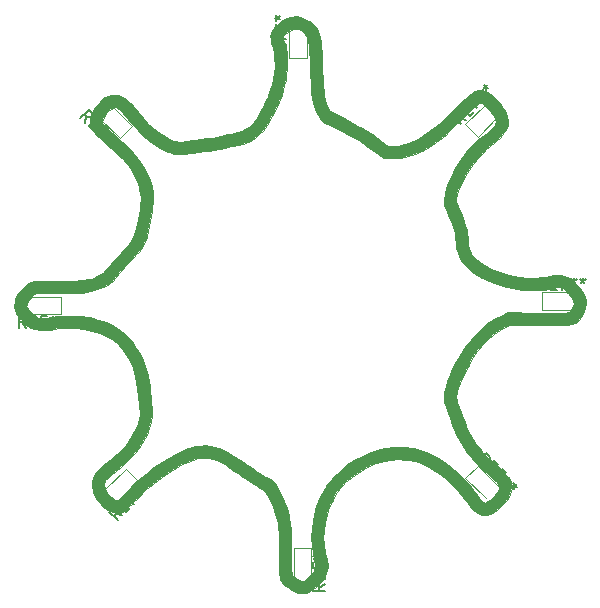
<source format=gbr>
G04 #@! TF.GenerationSoftware,KiCad,Pcbnew,5.1.5*
G04 #@! TF.CreationDate,2020-03-10T18:03:46+01:00*
G04 #@! TF.ProjectId,v,762e6b69-6361-4645-9f70-636258585858,rev?*
G04 #@! TF.SameCoordinates,Original*
G04 #@! TF.FileFunction,Legend,Top*
G04 #@! TF.FilePolarity,Positive*
%FSLAX46Y46*%
G04 Gerber Fmt 4.6, Leading zero omitted, Abs format (unit mm)*
G04 Created by KiCad (PCBNEW 5.1.5) date 2020-03-10 18:03:46*
%MOMM*%
%LPD*%
G04 APERTURE LIST*
%ADD10C,0.120000*%
%ADD11C,0.010000*%
%ADD12C,0.150000*%
G04 APERTURE END LIST*
D10*
X127592479Y-117201926D02*
X129331962Y-118941409D01*
X128631926Y-116162479D02*
X127592479Y-117201926D01*
X130371409Y-117901962D02*
X128631926Y-116162479D01*
X99356521Y-87395074D02*
X97617038Y-85655591D01*
X98317074Y-88434521D02*
X99356521Y-87395074D01*
X96577591Y-86695038D02*
X98317074Y-88434521D01*
X98825074Y-116416479D02*
X97085591Y-118155962D01*
X99864521Y-117455926D02*
X98825074Y-116416479D01*
X98125038Y-119195409D02*
X99864521Y-117455926D01*
X93354000Y-101881000D02*
X90894000Y-101881000D01*
X93354000Y-103351000D02*
X93354000Y-101881000D01*
X90894000Y-103351000D02*
X93354000Y-103351000D01*
X134103000Y-102970000D02*
X136563000Y-102970000D01*
X134103000Y-101500000D02*
X134103000Y-102970000D01*
X136563000Y-101500000D02*
X134103000Y-101500000D01*
X113057000Y-123181000D02*
X113057000Y-125641000D01*
X114527000Y-123181000D02*
X113057000Y-123181000D01*
X114527000Y-125641000D02*
X114527000Y-123181000D01*
X114146000Y-81670000D02*
X114146000Y-79210000D01*
X112676000Y-81670000D02*
X114146000Y-81670000D01*
X112676000Y-79210000D02*
X112676000Y-81670000D01*
X128631926Y-88307521D02*
X130371409Y-86568038D01*
X127592479Y-87268074D02*
X128631926Y-88307521D01*
X129331962Y-85528591D02*
X127592479Y-87268074D01*
D11*
G36*
X113591493Y-78186077D02*
G01*
X113968649Y-78323123D01*
X114359277Y-78542900D01*
X114494941Y-78635759D01*
X114690746Y-78791245D01*
X114857624Y-78961721D01*
X114998066Y-79155121D01*
X115114562Y-79379383D01*
X115209604Y-79642442D01*
X115285683Y-79952235D01*
X115345289Y-80316697D01*
X115390913Y-80743764D01*
X115425048Y-81241374D01*
X115444414Y-81660710D01*
X115469600Y-82295473D01*
X115492989Y-82852172D01*
X115515381Y-83337370D01*
X115537576Y-83757630D01*
X115560373Y-84119515D01*
X115584572Y-84429588D01*
X115610973Y-84694411D01*
X115640374Y-84920549D01*
X115673577Y-85114563D01*
X115711379Y-85283017D01*
X115754582Y-85432474D01*
X115803984Y-85569496D01*
X115860386Y-85700647D01*
X115924586Y-85832490D01*
X115961355Y-85903571D01*
X116088361Y-86145641D01*
X117469597Y-86860302D01*
X117915739Y-87091817D01*
X118295065Y-87290527D01*
X118616421Y-87461626D01*
X118888652Y-87610306D01*
X119120605Y-87741759D01*
X119321124Y-87861179D01*
X119499055Y-87973757D01*
X119663244Y-88084687D01*
X119822537Y-88199161D01*
X119985780Y-88322371D01*
X120065885Y-88384386D01*
X120340566Y-88598645D01*
X120557508Y-88767168D01*
X120726420Y-88895397D01*
X120857012Y-88988774D01*
X120958992Y-89052743D01*
X121042069Y-89092745D01*
X121115952Y-89114223D01*
X121190351Y-89122620D01*
X121274973Y-89123377D01*
X121379528Y-89121938D01*
X121381604Y-89121926D01*
X121909691Y-89078576D01*
X122457453Y-88955554D01*
X123021574Y-88754673D01*
X123598740Y-88477748D01*
X124185636Y-88126592D01*
X124778947Y-87703018D01*
X125375358Y-87208841D01*
X125971554Y-86645873D01*
X126047500Y-86569125D01*
X126498740Y-86114119D01*
X126898753Y-85720440D01*
X127251148Y-85384907D01*
X127559533Y-85104336D01*
X127827513Y-84875544D01*
X128058698Y-84695347D01*
X128256695Y-84560563D01*
X128425110Y-84468007D01*
X128432705Y-84464483D01*
X128699503Y-84387234D01*
X128983519Y-84392171D01*
X129283527Y-84478845D01*
X129598302Y-84646811D01*
X129926615Y-84895620D01*
X130129226Y-85083164D01*
X130492064Y-85477369D01*
X130780084Y-85868994D01*
X130992215Y-86254813D01*
X131127382Y-86631600D01*
X131184511Y-86996130D01*
X131162530Y-87345175D01*
X131060364Y-87675510D01*
X131019812Y-87759317D01*
X130899524Y-87947215D01*
X130723280Y-88166588D01*
X130505876Y-88402411D01*
X130262108Y-88639657D01*
X130006773Y-88863298D01*
X129754666Y-89058309D01*
X129709334Y-89090206D01*
X129336957Y-89383567D01*
X128959912Y-89747057D01*
X128586846Y-90167449D01*
X128226403Y-90631519D01*
X127887231Y-91126042D01*
X127577974Y-91637793D01*
X127307279Y-92153548D01*
X127083792Y-92660080D01*
X126916158Y-93144165D01*
X126830495Y-93493736D01*
X126781258Y-93748306D01*
X127054843Y-94405311D01*
X127272283Y-94943819D01*
X127448763Y-95418626D01*
X127586776Y-95838701D01*
X127688812Y-96213010D01*
X127757362Y-96550520D01*
X127794917Y-96860199D01*
X127804334Y-97103467D01*
X127832542Y-97458047D01*
X127912048Y-97805834D01*
X128035170Y-98117334D01*
X128097576Y-98229499D01*
X128265388Y-98447444D01*
X128503410Y-98678517D01*
X128800054Y-98913996D01*
X129143732Y-99145158D01*
X129522855Y-99363282D01*
X129768352Y-99487057D01*
X130520361Y-99799810D01*
X131304020Y-100036265D01*
X132110759Y-100194631D01*
X132932014Y-100273118D01*
X133553582Y-100278449D01*
X133837351Y-100267949D01*
X134064782Y-100252562D01*
X134264198Y-100228581D01*
X134463921Y-100192299D01*
X134692272Y-100140007D01*
X134783171Y-100117495D01*
X135014550Y-100060580D01*
X135184929Y-100023125D01*
X135315141Y-100002861D01*
X135426016Y-99997517D01*
X135538385Y-100004823D01*
X135665193Y-100021370D01*
X135943297Y-100079352D01*
X136196556Y-100174322D01*
X136441688Y-100315787D01*
X136695410Y-100513256D01*
X136950658Y-100752428D01*
X137247923Y-101070026D01*
X137474344Y-101363499D01*
X137635878Y-101644357D01*
X137738485Y-101924111D01*
X137788120Y-102214272D01*
X137795000Y-102383757D01*
X137762600Y-102738487D01*
X137662039Y-103083766D01*
X137488276Y-103434750D01*
X137396874Y-103580546D01*
X137222109Y-103814426D01*
X137041659Y-103983433D01*
X136831655Y-104104094D01*
X136568229Y-104192937D01*
X136481394Y-104214420D01*
X136407106Y-104230207D01*
X136325931Y-104243502D01*
X136230567Y-104254468D01*
X136113710Y-104263272D01*
X135968060Y-104270078D01*
X135786313Y-104275052D01*
X135561168Y-104278359D01*
X135285321Y-104280164D01*
X134951471Y-104280632D01*
X134552315Y-104279928D01*
X134080551Y-104278218D01*
X133731000Y-104276643D01*
X131296834Y-104265120D01*
X130973795Y-104407622D01*
X130487237Y-104664444D01*
X130004948Y-105002414D01*
X129530325Y-105418017D01*
X129066765Y-105907738D01*
X128617665Y-106468061D01*
X128186423Y-107095473D01*
X127871229Y-107617609D01*
X127532123Y-108259755D01*
X127236054Y-108918854D01*
X126998736Y-109558667D01*
X126919243Y-109802116D01*
X126861417Y-109995591D01*
X126825886Y-110156430D01*
X126813275Y-110301970D01*
X126824213Y-110449549D01*
X126859326Y-110616503D01*
X126919240Y-110820170D01*
X127004583Y-111077888D01*
X127059528Y-111239927D01*
X127296047Y-111911697D01*
X127526563Y-112509193D01*
X127756919Y-113041977D01*
X127992957Y-113519609D01*
X128240520Y-113951651D01*
X128505451Y-114347663D01*
X128793592Y-114717205D01*
X129110785Y-115069840D01*
X129462874Y-115415126D01*
X129788124Y-115704985D01*
X130199735Y-116066315D01*
X130544998Y-116388011D01*
X130828607Y-116676497D01*
X131055254Y-116938198D01*
X131229633Y-117179541D01*
X131356437Y-117406950D01*
X131440360Y-117626850D01*
X131486095Y-117845667D01*
X131498485Y-118046500D01*
X131474057Y-118320422D01*
X131397019Y-118586297D01*
X131261830Y-118854468D01*
X131062947Y-119135279D01*
X130794828Y-119439073D01*
X130700465Y-119535835D01*
X130343993Y-119862183D01*
X130003830Y-120105830D01*
X129677524Y-120266638D01*
X129362626Y-120344467D01*
X129056685Y-120339180D01*
X128757251Y-120250639D01*
X128461874Y-120078703D01*
X128168104Y-119823236D01*
X127873491Y-119484098D01*
X127788389Y-119371229D01*
X127645498Y-119175825D01*
X127500790Y-118977187D01*
X127372339Y-118800162D01*
X127287435Y-118682457D01*
X127169589Y-118534372D01*
X127000583Y-118343717D01*
X126793357Y-118123238D01*
X126560851Y-117885677D01*
X126316006Y-117643779D01*
X126071761Y-117410287D01*
X125841057Y-117197946D01*
X125636834Y-117019500D01*
X125472032Y-116887693D01*
X125445452Y-116868412D01*
X124890975Y-116501307D01*
X124359718Y-116205257D01*
X123838564Y-115974845D01*
X123314397Y-115804651D01*
X122774101Y-115689259D01*
X122497905Y-115650896D01*
X121906320Y-115622043D01*
X121291786Y-115667360D01*
X120665806Y-115783676D01*
X120039877Y-115967820D01*
X119425502Y-116216621D01*
X118834180Y-116526907D01*
X118462126Y-116763833D01*
X118219508Y-116939987D01*
X117955614Y-117147988D01*
X117688522Y-117372179D01*
X117436313Y-117596904D01*
X117217063Y-117806509D01*
X117048852Y-117985336D01*
X117040910Y-117994588D01*
X116671968Y-118487733D01*
X116350159Y-119041210D01*
X116079182Y-119642675D01*
X115862734Y-120279786D01*
X115704512Y-120940200D01*
X115608213Y-121611573D01*
X115577534Y-122281562D01*
X115601865Y-122798892D01*
X115635032Y-123079110D01*
X115683954Y-123386819D01*
X115741284Y-123678682D01*
X115775885Y-123825156D01*
X115848450Y-124116435D01*
X115898369Y-124343611D01*
X115927696Y-124523568D01*
X115938483Y-124673187D01*
X115932780Y-124809353D01*
X115912641Y-124948946D01*
X115912546Y-124949469D01*
X115818147Y-125286496D01*
X115656798Y-125612380D01*
X115422637Y-125937257D01*
X115198987Y-126183023D01*
X114929571Y-126443778D01*
X114693130Y-126643397D01*
X114476475Y-126791715D01*
X114266418Y-126898570D01*
X114208278Y-126921909D01*
X113950174Y-126983386D01*
X113666885Y-126990970D01*
X113399291Y-126943719D01*
X113389834Y-126940783D01*
X113244160Y-126888607D01*
X113098525Y-126821433D01*
X112935121Y-126729434D01*
X112736138Y-126602783D01*
X112550864Y-126477787D01*
X112398789Y-126370114D01*
X112268445Y-126266270D01*
X112158140Y-126158994D01*
X112066180Y-126041024D01*
X111990874Y-125905099D01*
X111930529Y-125743959D01*
X111883452Y-125550342D01*
X111847951Y-125316988D01*
X111822334Y-125036634D01*
X111804907Y-124702022D01*
X111793978Y-124305888D01*
X111787855Y-123840973D01*
X111784846Y-123300015D01*
X111784492Y-123190000D01*
X111782741Y-122731934D01*
X111780249Y-122349653D01*
X111776689Y-122034277D01*
X111771735Y-121776926D01*
X111765059Y-121568718D01*
X111756337Y-121400773D01*
X111745241Y-121264211D01*
X111731445Y-121150152D01*
X111714623Y-121049714D01*
X111703878Y-120996665D01*
X111513886Y-120259924D01*
X111266121Y-119569954D01*
X110952334Y-118904855D01*
X110836564Y-118693581D01*
X110603724Y-118282328D01*
X110070612Y-117967012D01*
X109833729Y-117823200D01*
X109558285Y-117650137D01*
X109274900Y-117467380D01*
X109014197Y-117294489D01*
X108958105Y-117256431D01*
X108714315Y-117090186D01*
X108429263Y-116895911D01*
X108131695Y-116693192D01*
X107850357Y-116501614D01*
X107730439Y-116419990D01*
X107284202Y-116128458D01*
X106885238Y-115895899D01*
X106523337Y-115719125D01*
X106188291Y-115594942D01*
X105869893Y-115520161D01*
X105557934Y-115491591D01*
X105242207Y-115506040D01*
X104953132Y-115551808D01*
X104543518Y-115661073D01*
X104098121Y-115829813D01*
X103614760Y-116059300D01*
X103091248Y-116350807D01*
X102525401Y-116705609D01*
X101915035Y-117124978D01*
X101257966Y-117610187D01*
X100765521Y-117992486D01*
X100586121Y-118137349D01*
X100424210Y-118273666D01*
X100294929Y-118388295D01*
X100213417Y-118468091D01*
X100201308Y-118482284D01*
X100089577Y-118615951D01*
X99937646Y-118784655D01*
X99756630Y-118977311D01*
X99557642Y-119182833D01*
X99351796Y-119390133D01*
X99150207Y-119588127D01*
X98963987Y-119765728D01*
X98804251Y-119911850D01*
X98682112Y-120015407D01*
X98620206Y-120059437D01*
X98371906Y-120154344D01*
X98095501Y-120174744D01*
X97798222Y-120123067D01*
X97487301Y-120001748D01*
X97169968Y-119813216D01*
X96853456Y-119559906D01*
X96702323Y-119414370D01*
X96401093Y-119058318D01*
X96178432Y-118686144D01*
X96035692Y-118302076D01*
X95974227Y-117910340D01*
X95995390Y-117515165D01*
X96034560Y-117328314D01*
X96115752Y-117081729D01*
X96229753Y-116854854D01*
X96385233Y-116637520D01*
X96590860Y-116419558D01*
X96855303Y-116190797D01*
X97187231Y-115941069D01*
X97262779Y-115887500D01*
X97501722Y-115704612D01*
X97772535Y-115472740D01*
X98058648Y-115208239D01*
X98343492Y-114927467D01*
X98610499Y-114646780D01*
X98843101Y-114382536D01*
X99024728Y-114151090D01*
X99032041Y-114140861D01*
X99380570Y-113611403D01*
X99652504Y-113110449D01*
X99849584Y-112634384D01*
X99970797Y-112193373D01*
X99994651Y-112067836D01*
X100010761Y-111954898D01*
X100019160Y-111838701D01*
X100019882Y-111703388D01*
X100012960Y-111533102D01*
X99998428Y-111311987D01*
X99976319Y-111024185D01*
X99973355Y-110986873D01*
X99905754Y-110264496D01*
X99824351Y-109621547D01*
X99729356Y-109059481D01*
X99634144Y-108630798D01*
X99429590Y-107942491D01*
X99180882Y-107322368D01*
X98885703Y-106768676D01*
X98541733Y-106279660D01*
X98146656Y-105853566D01*
X97698153Y-105488641D01*
X97193906Y-105183130D01*
X96631597Y-104935279D01*
X96008908Y-104743335D01*
X95323522Y-104605542D01*
X94573119Y-104520148D01*
X94170500Y-104496454D01*
X93902601Y-104487014D01*
X93695155Y-104485478D01*
X93524198Y-104493238D01*
X93365767Y-104511688D01*
X93195899Y-104542221D01*
X93123053Y-104557348D01*
X92548969Y-104657867D01*
X92026471Y-104704857D01*
X91558586Y-104698524D01*
X91148345Y-104639073D01*
X90798775Y-104526711D01*
X90540161Y-104381677D01*
X90385296Y-104254216D01*
X90205327Y-104079912D01*
X90017268Y-103878076D01*
X89838133Y-103668019D01*
X89684937Y-103469053D01*
X89574694Y-103300490D01*
X89554756Y-103263209D01*
X89448028Y-102963532D01*
X89407111Y-102638874D01*
X89409301Y-102611722D01*
X90424217Y-102611722D01*
X90457049Y-102722939D01*
X90551454Y-102878525D01*
X90702128Y-103070927D01*
X90898783Y-103287419D01*
X91038192Y-103428426D01*
X91143269Y-103520221D01*
X91235741Y-103577041D01*
X91337333Y-103613122D01*
X91427950Y-103634174D01*
X91642452Y-103660125D01*
X91910389Y-103664477D01*
X92203737Y-103648726D01*
X92494476Y-103614367D01*
X92752334Y-103563464D01*
X92928942Y-103531795D01*
X93171956Y-103506230D01*
X93463300Y-103487245D01*
X93784900Y-103475312D01*
X94118681Y-103470906D01*
X94446570Y-103474500D01*
X94750492Y-103486567D01*
X94986866Y-103504889D01*
X95781827Y-103619950D01*
X96519076Y-103796946D01*
X97198904Y-104036136D01*
X97821605Y-104337778D01*
X98387469Y-104702132D01*
X98896788Y-105129455D01*
X99349856Y-105620007D01*
X99746963Y-106174047D01*
X100088401Y-106791832D01*
X100374463Y-107473622D01*
X100605440Y-108219676D01*
X100686958Y-108556098D01*
X100775653Y-108992416D01*
X100853424Y-109454244D01*
X100919277Y-109928833D01*
X100972219Y-110403434D01*
X101011254Y-110865299D01*
X101035388Y-111301681D01*
X101043628Y-111699830D01*
X101034978Y-112046999D01*
X101008445Y-112330439D01*
X100989659Y-112437334D01*
X100835387Y-112983765D01*
X100605484Y-113542248D01*
X100306335Y-114103811D01*
X99944326Y-114659487D01*
X99525842Y-115200306D01*
X99057267Y-115717299D01*
X98544988Y-116201497D01*
X97995388Y-116643930D01*
X97994534Y-116644561D01*
X97708524Y-116858445D01*
X97484798Y-117033781D01*
X97315825Y-117179918D01*
X97194072Y-117306207D01*
X97112010Y-117421999D01*
X97062106Y-117536645D01*
X97036830Y-117659493D01*
X97028649Y-117799895D01*
X97028397Y-117844057D01*
X97059636Y-118081305D01*
X97156365Y-118311022D01*
X97324292Y-118543598D01*
X97526553Y-118750627D01*
X97729767Y-118922721D01*
X97907955Y-119041705D01*
X98052780Y-119103087D01*
X98155906Y-119102376D01*
X98167999Y-119096188D01*
X98214492Y-119054920D01*
X98309957Y-118960622D01*
X98445683Y-118822243D01*
X98612959Y-118648728D01*
X98803073Y-118449025D01*
X98954167Y-118288763D01*
X99268311Y-117961343D01*
X99566181Y-117667642D01*
X99863115Y-117394476D01*
X100174452Y-117128660D01*
X100515528Y-116857010D01*
X100901684Y-116566341D01*
X101261334Y-116305551D01*
X101903600Y-115861790D01*
X102500305Y-115483489D01*
X103056351Y-115168126D01*
X103576646Y-114913179D01*
X104066095Y-114716127D01*
X104529603Y-114574449D01*
X104711500Y-114532157D01*
X105118862Y-114474463D01*
X105557263Y-114461119D01*
X105990047Y-114491704D01*
X106320167Y-114550498D01*
X106711024Y-114672355D01*
X107144984Y-114859986D01*
X107615862Y-115110322D01*
X108117474Y-115420294D01*
X108246334Y-115506325D01*
X108708154Y-115818814D01*
X109106559Y-116087680D01*
X109447993Y-116317138D01*
X109738895Y-116511406D01*
X109985709Y-116674699D01*
X110194875Y-116811233D01*
X110372836Y-116925224D01*
X110526032Y-117020888D01*
X110660907Y-117102442D01*
X110783901Y-117174101D01*
X110861345Y-117217826D01*
X111052778Y-117325927D01*
X111188340Y-117409573D01*
X111286301Y-117485191D01*
X111364933Y-117569210D01*
X111442505Y-117678058D01*
X111533692Y-117822372D01*
X111911093Y-118478942D01*
X112216760Y-119122586D01*
X112457901Y-119770980D01*
X112641724Y-120441801D01*
X112686759Y-120650000D01*
X112738759Y-120927044D01*
X112779636Y-121199883D01*
X112810120Y-121481690D01*
X112830941Y-121785639D01*
X112842830Y-122124901D01*
X112846517Y-122512651D01*
X112842732Y-122962062D01*
X112835681Y-123336161D01*
X112827114Y-123885909D01*
X112827620Y-124353129D01*
X112837270Y-124739482D01*
X112856137Y-125046625D01*
X112884294Y-125276220D01*
X112921812Y-125429925D01*
X112927717Y-125445239D01*
X112973484Y-125492329D01*
X113074766Y-125568436D01*
X113212834Y-125661879D01*
X113368959Y-125760976D01*
X113524411Y-125854047D01*
X113660464Y-125929408D01*
X113758387Y-125975380D01*
X113791506Y-125984000D01*
X113840081Y-125961157D01*
X113932734Y-125902445D01*
X114007899Y-125850170D01*
X114169442Y-125720584D01*
X114343733Y-125558791D01*
X114513663Y-125383074D01*
X114662119Y-125211715D01*
X114771993Y-125062997D01*
X114813698Y-124989167D01*
X114861690Y-124865702D01*
X114884314Y-124746974D01*
X114880886Y-124612250D01*
X114850723Y-124440796D01*
X114793139Y-124211880D01*
X114787351Y-124190550D01*
X114655126Y-123577636D01*
X114576178Y-122917769D01*
X114550708Y-122229963D01*
X114578915Y-121533228D01*
X114660998Y-120846577D01*
X114747493Y-120396000D01*
X114881385Y-119897620D01*
X115061033Y-119378806D01*
X115275685Y-118865015D01*
X115514587Y-118381703D01*
X115766986Y-117954325D01*
X115799790Y-117904854D01*
X115968655Y-117661241D01*
X116126545Y-117452681D01*
X116290028Y-117260476D01*
X116475667Y-117065929D01*
X116700028Y-116850342D01*
X116882334Y-116682937D01*
X117519130Y-116156891D01*
X118190762Y-115700976D01*
X118891179Y-115318236D01*
X119614329Y-115011712D01*
X120354162Y-114784448D01*
X120876474Y-114674538D01*
X121086910Y-114641085D01*
X121274144Y-114618428D01*
X121460922Y-114605414D01*
X121669987Y-114600889D01*
X121924085Y-114603698D01*
X122152834Y-114609770D01*
X122546316Y-114627016D01*
X122880386Y-114655331D01*
X123180012Y-114698867D01*
X123470166Y-114761776D01*
X123775816Y-114848210D01*
X123976947Y-114913061D01*
X124264388Y-115020620D01*
X124591807Y-115162097D01*
X124929425Y-115323426D01*
X125247461Y-115490546D01*
X125454834Y-115610986D01*
X125965262Y-115955563D01*
X126485401Y-116365424D01*
X126999220Y-116825192D01*
X127490688Y-117319492D01*
X127943773Y-117832949D01*
X128342445Y-118350187D01*
X128407369Y-118442764D01*
X128633153Y-118756673D01*
X128826368Y-118996222D01*
X128989604Y-119164074D01*
X129125451Y-119262890D01*
X129236499Y-119295333D01*
X129236724Y-119295334D01*
X129360638Y-119262343D01*
X129518494Y-119172164D01*
X129697166Y-119037983D01*
X129883523Y-118872987D01*
X130064439Y-118690363D01*
X130226785Y-118503298D01*
X130357433Y-118324979D01*
X130443254Y-118168593D01*
X130471334Y-118055193D01*
X130445506Y-117926038D01*
X130366023Y-117769859D01*
X130229882Y-117583180D01*
X130034082Y-117362526D01*
X129775622Y-117104425D01*
X129451501Y-116805399D01*
X129201334Y-116584962D01*
X128776937Y-116203842D01*
X128397180Y-115833365D01*
X128056155Y-115464004D01*
X127747956Y-115086234D01*
X127466674Y-114690528D01*
X127206401Y-114267360D01*
X126961231Y-113807204D01*
X126725255Y-113300534D01*
X126492566Y-112737823D01*
X126257256Y-112109547D01*
X126041643Y-111489891D01*
X125940493Y-111189425D01*
X125863965Y-110956481D01*
X125809049Y-110778547D01*
X125772736Y-110643114D01*
X125752016Y-110537673D01*
X125743878Y-110449714D01*
X125745312Y-110366727D01*
X125752198Y-110286948D01*
X125812619Y-109917422D01*
X125921295Y-109494251D01*
X126073369Y-109029724D01*
X126263985Y-108536134D01*
X126488286Y-108025771D01*
X126741416Y-107510927D01*
X127018519Y-107003891D01*
X127113256Y-106842288D01*
X127569172Y-106133647D01*
X128050824Y-105491322D01*
X128555116Y-104918197D01*
X129078953Y-104417161D01*
X129619240Y-103991100D01*
X130172883Y-103642901D01*
X130736786Y-103375450D01*
X130893638Y-103316301D01*
X131210110Y-103203594D01*
X133581805Y-103229205D01*
X134123141Y-103234623D01*
X134586161Y-103238245D01*
X134977202Y-103240002D01*
X135302596Y-103239824D01*
X135568679Y-103237638D01*
X135781785Y-103233376D01*
X135948248Y-103226967D01*
X136074402Y-103218340D01*
X136166582Y-103207424D01*
X136207092Y-103199992D01*
X136460684Y-103145167D01*
X136619842Y-102835311D01*
X136695264Y-102673395D01*
X136751364Y-102524230D01*
X136778069Y-102415365D01*
X136779000Y-102399987D01*
X136743791Y-102225430D01*
X136642583Y-102018134D01*
X136482004Y-101788874D01*
X136268681Y-101548428D01*
X136233415Y-101512927D01*
X136011610Y-101306255D01*
X135820818Y-101164231D01*
X135644971Y-101081134D01*
X135468000Y-101051242D01*
X135273839Y-101068833D01*
X135103934Y-101110718D01*
X134802148Y-101190918D01*
X134510541Y-101249527D01*
X134207424Y-101289128D01*
X133871109Y-101312303D01*
X133479909Y-101321636D01*
X133328834Y-101322113D01*
X132838696Y-101313582D01*
X132401514Y-101286469D01*
X131986868Y-101236939D01*
X131564342Y-101161159D01*
X131103517Y-101055295D01*
X130995943Y-101028092D01*
X130282404Y-100817333D01*
X129614062Y-100563699D01*
X128998769Y-100271152D01*
X128444375Y-99943659D01*
X127958732Y-99585184D01*
X127722395Y-99374933D01*
X127479715Y-99128717D01*
X127293362Y-98901177D01*
X127147172Y-98667242D01*
X127024980Y-98401845D01*
X126934762Y-98153371D01*
X126863181Y-97927293D01*
X126816650Y-97740623D01*
X126788766Y-97557540D01*
X126773125Y-97342220D01*
X126768257Y-97221857D01*
X126754508Y-96990841D01*
X126730882Y-96756387D01*
X126701157Y-96551635D01*
X126680079Y-96449041D01*
X126621491Y-96242970D01*
X126534029Y-95976344D01*
X126423809Y-95665705D01*
X126296946Y-95327596D01*
X126159558Y-94978560D01*
X126017760Y-94635140D01*
X125957144Y-94493752D01*
X125864286Y-94277626D01*
X125801055Y-94120192D01*
X125762706Y-94002769D01*
X125744493Y-93906672D01*
X125741671Y-93813220D01*
X125749495Y-93703728D01*
X125751399Y-93683667D01*
X125832009Y-93188683D01*
X125978144Y-92660421D01*
X126183106Y-92109788D01*
X126440197Y-91547692D01*
X126742719Y-90985040D01*
X127083975Y-90432739D01*
X127457268Y-89901698D01*
X127855898Y-89402823D01*
X128273170Y-88947021D01*
X128702384Y-88545201D01*
X129096035Y-88236831D01*
X129331247Y-88058868D01*
X129559071Y-87865670D01*
X129766445Y-87670139D01*
X129940305Y-87485176D01*
X130067589Y-87323683D01*
X130128270Y-87217281D01*
X130151773Y-87054423D01*
X130105598Y-86846603D01*
X129989496Y-86593018D01*
X129870728Y-86394423D01*
X129749679Y-86226896D01*
X129596680Y-86044664D01*
X129427470Y-85863579D01*
X129257790Y-85699491D01*
X129103381Y-85568249D01*
X128979984Y-85485703D01*
X128958110Y-85475464D01*
X128891284Y-85450990D01*
X128834790Y-85447384D01*
X128770452Y-85472385D01*
X128680091Y-85533728D01*
X128545530Y-85639150D01*
X128513718Y-85664601D01*
X128410936Y-85752542D01*
X128257514Y-85891439D01*
X128062781Y-86072481D01*
X127836068Y-86286859D01*
X127586704Y-86525762D01*
X127324019Y-86780379D01*
X127105834Y-86994110D01*
X126838169Y-87256019D01*
X126575301Y-87510273D01*
X126326733Y-87747894D01*
X126101970Y-87959904D01*
X125910517Y-88137324D01*
X125761878Y-88271176D01*
X125679818Y-88341149D01*
X125092494Y-88783388D01*
X124494837Y-89169134D01*
X123893490Y-89495947D01*
X123295097Y-89761387D01*
X122706302Y-89963016D01*
X122133748Y-90098394D01*
X121584078Y-90165081D01*
X121063938Y-90160640D01*
X120808654Y-90129625D01*
X120713932Y-90110642D01*
X120626028Y-90081994D01*
X120531533Y-90035717D01*
X120417040Y-89963848D01*
X120269141Y-89858424D01*
X120074426Y-89711481D01*
X119971546Y-89632454D01*
X119695309Y-89420796D01*
X119447849Y-89234673D01*
X119219721Y-89068410D01*
X119001482Y-88916335D01*
X118783685Y-88772774D01*
X118556884Y-88632054D01*
X118311636Y-88488502D01*
X118038494Y-88336445D01*
X117728013Y-88170209D01*
X117370749Y-87984122D01*
X116957255Y-87772510D01*
X116478087Y-87529700D01*
X116431515Y-87506172D01*
X116126450Y-87351754D01*
X115887392Y-87229200D01*
X115704675Y-87132401D01*
X115568631Y-87055248D01*
X115469596Y-86991630D01*
X115397902Y-86935437D01*
X115343883Y-86880560D01*
X115297874Y-86820889D01*
X115260679Y-86766109D01*
X115102201Y-86511545D01*
X114965761Y-86254410D01*
X114849604Y-85986054D01*
X114751975Y-85697828D01*
X114671120Y-85381082D01*
X114605283Y-85027167D01*
X114552711Y-84627435D01*
X114511649Y-84173236D01*
X114480341Y-83655921D01*
X114457035Y-83066841D01*
X114448318Y-82761667D01*
X114430814Y-82171523D01*
X114410337Y-81659814D01*
X114386238Y-81220340D01*
X114357866Y-80846902D01*
X114324573Y-80533300D01*
X114285708Y-80273334D01*
X114240624Y-80060805D01*
X114188669Y-79889513D01*
X114134197Y-79762919D01*
X114019175Y-79607861D01*
X113845180Y-79455724D01*
X113637014Y-79321694D01*
X113419478Y-79220955D01*
X113217373Y-79168689D01*
X113157000Y-79164660D01*
X112989829Y-79197966D01*
X112788063Y-79293963D01*
X112564534Y-79445209D01*
X112334515Y-79641944D01*
X112227440Y-79745229D01*
X112156604Y-79829080D01*
X112121121Y-79910504D01*
X112120101Y-80006505D01*
X112152658Y-80134088D01*
X112217904Y-80310256D01*
X112290217Y-80490599D01*
X112378474Y-80727835D01*
X112442709Y-80950785D01*
X112485530Y-81178759D01*
X112509546Y-81431070D01*
X112517366Y-81727028D01*
X112511599Y-82085946D01*
X112510521Y-82121423D01*
X112485213Y-82596736D01*
X112437582Y-83043637D01*
X112363223Y-83489887D01*
X112257732Y-83963248D01*
X112157831Y-84344424D01*
X112053209Y-84709409D01*
X111951869Y-85025658D01*
X111844192Y-85317509D01*
X111720554Y-85609301D01*
X111571336Y-85925372D01*
X111394521Y-86275334D01*
X111174621Y-86690332D01*
X110976279Y-87038932D01*
X110790967Y-87333877D01*
X110610157Y-87587911D01*
X110425323Y-87813776D01*
X110227938Y-88024216D01*
X110216859Y-88035286D01*
X109888934Y-88330446D01*
X109550220Y-88567624D01*
X109183197Y-88755721D01*
X108770342Y-88903640D01*
X108294133Y-89020281D01*
X108267500Y-89025619D01*
X108043748Y-89071890D01*
X107771011Y-89131082D01*
X107482509Y-89195847D01*
X107211461Y-89258837D01*
X107190804Y-89263752D01*
X106919355Y-89324680D01*
X106622002Y-89383692D01*
X106289592Y-89442205D01*
X105912974Y-89501635D01*
X105482996Y-89563397D01*
X104990505Y-89628909D01*
X104426351Y-89699586D01*
X104186253Y-89728696D01*
X103854660Y-89767910D01*
X103591431Y-89795493D01*
X103380907Y-89810241D01*
X103207428Y-89810947D01*
X103055335Y-89796404D01*
X102908970Y-89765407D01*
X102752674Y-89716749D01*
X102570788Y-89649224D01*
X102427878Y-89593247D01*
X101858312Y-89334106D01*
X101304848Y-89010721D01*
X100762455Y-88619105D01*
X100226106Y-88155270D01*
X99690772Y-87615229D01*
X99151430Y-86995000D01*
X98913918Y-86706831D01*
X98721760Y-86477195D01*
X98567611Y-86298358D01*
X98444124Y-86162587D01*
X98343954Y-86062150D01*
X98259755Y-85989313D01*
X98184181Y-85936342D01*
X98109886Y-85895506D01*
X98104516Y-85892889D01*
X97977758Y-85837786D01*
X97883190Y-85820865D01*
X97779970Y-85837475D01*
X97733352Y-85850611D01*
X97547337Y-85944014D01*
X97358021Y-86109649D01*
X97175743Y-86336189D01*
X97010842Y-86612304D01*
X96978098Y-86678209D01*
X96887905Y-86880366D01*
X96841445Y-87022104D01*
X96835568Y-87113506D01*
X96838491Y-87125121D01*
X96882361Y-87210916D01*
X96970550Y-87324836D01*
X97107723Y-87471613D01*
X97298549Y-87655976D01*
X97547693Y-87882659D01*
X97832334Y-88132569D01*
X98169069Y-88425584D01*
X98449763Y-88672314D01*
X98683163Y-88880980D01*
X98878016Y-89059802D01*
X99043070Y-89217001D01*
X99187071Y-89360797D01*
X99318768Y-89499411D01*
X99446908Y-89641064D01*
X99492147Y-89692438D01*
X99954417Y-90261210D01*
X100335978Y-90821816D01*
X100639476Y-91380959D01*
X100867552Y-91945341D01*
X101022851Y-92521664D01*
X101108015Y-93116629D01*
X101125689Y-93736940D01*
X101122896Y-93827038D01*
X101098835Y-94173267D01*
X101052850Y-94573654D01*
X100988537Y-95009532D01*
X100909495Y-95462235D01*
X100819321Y-95913094D01*
X100721614Y-96343442D01*
X100619972Y-96734612D01*
X100517992Y-97067937D01*
X100474984Y-97188696D01*
X100402536Y-97365874D01*
X100321058Y-97528692D01*
X100221563Y-97689388D01*
X100095065Y-97860202D01*
X99932580Y-98053373D01*
X99725119Y-98281141D01*
X99495705Y-98522525D01*
X98867790Y-99193370D01*
X98304814Y-99833043D01*
X97900432Y-100323702D01*
X97750101Y-100499925D01*
X97599838Y-100644558D01*
X97430225Y-100771964D01*
X97221843Y-100896504D01*
X96955275Y-101032539D01*
X96917017Y-101051008D01*
X96424504Y-101250809D01*
X95865491Y-101408264D01*
X95390165Y-101500960D01*
X95264642Y-101519737D01*
X95135006Y-101534985D01*
X94991582Y-101546984D01*
X94824699Y-101556009D01*
X94624684Y-101562339D01*
X94381865Y-101566250D01*
X94086569Y-101568020D01*
X93729123Y-101567926D01*
X93299856Y-101566245D01*
X93142250Y-101565398D01*
X92637489Y-101563710D01*
X92202602Y-101564690D01*
X91840301Y-101568292D01*
X91553300Y-101574466D01*
X91344311Y-101583165D01*
X91216048Y-101594342D01*
X91185871Y-101600035D01*
X91074448Y-101645526D01*
X90969759Y-101728052D01*
X90850344Y-101865197D01*
X90829382Y-101892155D01*
X90695879Y-102077486D01*
X90578937Y-102261780D01*
X90488573Y-102427249D01*
X90434801Y-102556106D01*
X90424217Y-102611722D01*
X89409301Y-102611722D01*
X89433178Y-102315703D01*
X89502229Y-102078049D01*
X89652450Y-101763314D01*
X89840046Y-101459835D01*
X90052242Y-101183394D01*
X90276261Y-100949773D01*
X90499329Y-100774755D01*
X90606145Y-100714331D01*
X90730221Y-100659263D01*
X90858910Y-100614218D01*
X91001388Y-100578472D01*
X91166830Y-100551302D01*
X91364411Y-100531981D01*
X91603305Y-100519786D01*
X91892689Y-100513993D01*
X92241736Y-100513877D01*
X92659622Y-100518713D01*
X93006334Y-100524817D01*
X93591642Y-100532608D01*
X94101969Y-100531002D01*
X94546607Y-100518773D01*
X94934847Y-100494694D01*
X95275980Y-100457539D01*
X95579296Y-100406082D01*
X95854087Y-100339095D01*
X96109644Y-100255353D01*
X96355258Y-100153629D01*
X96554820Y-100056421D01*
X96735511Y-99959085D01*
X96869738Y-99872394D01*
X96982617Y-99775385D01*
X97099264Y-99647095D01*
X97212382Y-99507587D01*
X97551836Y-99095815D01*
X97953006Y-98638775D01*
X98410369Y-98142645D01*
X98769139Y-97766991D01*
X98972007Y-97554043D01*
X99139401Y-97366645D01*
X99276887Y-97192538D01*
X99390036Y-97019461D01*
X99484416Y-96835153D01*
X99565595Y-96627354D01*
X99639142Y-96383803D01*
X99710625Y-96092240D01*
X99785614Y-95740403D01*
X99860157Y-95364887D01*
X99943359Y-94927225D01*
X100007747Y-94559609D01*
X100054561Y-94249832D01*
X100085043Y-93985683D01*
X100100433Y-93754954D01*
X100101975Y-93545434D01*
X100090908Y-93344915D01*
X100078260Y-93219762D01*
X99992323Y-92699689D01*
X99856454Y-92222811D01*
X99661853Y-91765087D01*
X99399719Y-91302475D01*
X99345584Y-91218209D01*
X99171150Y-90962006D01*
X98988800Y-90718296D01*
X98789933Y-90478025D01*
X98565946Y-90232138D01*
X98308239Y-89971583D01*
X98008211Y-89687304D01*
X97657261Y-89370248D01*
X97259896Y-89022689D01*
X96907711Y-88713884D01*
X96617624Y-88449406D01*
X96383729Y-88223148D01*
X96200121Y-88028999D01*
X96060892Y-87860851D01*
X95960138Y-87712595D01*
X95917361Y-87634044D01*
X95867981Y-87516627D01*
X95838566Y-87393191D01*
X95824600Y-87236363D01*
X95821500Y-87053272D01*
X95822515Y-86894367D01*
X95829573Y-86772847D01*
X95848691Y-86667227D01*
X95885886Y-86556017D01*
X95947176Y-86417732D01*
X96038580Y-86230885D01*
X96068868Y-86169993D01*
X96191226Y-85933518D01*
X96299084Y-85751129D01*
X96409281Y-85598258D01*
X96538658Y-85450338D01*
X96619201Y-85367123D01*
X96861641Y-85146384D01*
X97091072Y-84984092D01*
X97176167Y-84938076D01*
X97304265Y-84880050D01*
X97416072Y-84843647D01*
X97538680Y-84823945D01*
X97699183Y-84816019D01*
X97854390Y-84814842D01*
X98056464Y-84817002D01*
X98201521Y-84827079D01*
X98317174Y-84850457D01*
X98431034Y-84892519D01*
X98556788Y-84951778D01*
X98759688Y-85064043D01*
X98948007Y-85197718D01*
X99135955Y-85365555D01*
X99337746Y-85580303D01*
X99567591Y-85854713D01*
X99578874Y-85868735D01*
X100002030Y-86382475D01*
X100392859Y-86828535D01*
X100759035Y-87213854D01*
X101108232Y-87545374D01*
X101448126Y-87830036D01*
X101786388Y-88074780D01*
X102130695Y-88286546D01*
X102421689Y-88439851D01*
X102682379Y-88565923D01*
X102888537Y-88657015D01*
X103060860Y-88716988D01*
X103220048Y-88749703D01*
X103386799Y-88759024D01*
X103581811Y-88748810D01*
X103825784Y-88722924D01*
X103894870Y-88714695D01*
X104594312Y-88628271D01*
X105210112Y-88547109D01*
X105743122Y-88471082D01*
X106194195Y-88400060D01*
X106564183Y-88333916D01*
X106853940Y-88272520D01*
X106891667Y-88263435D01*
X107151694Y-88201378D01*
X107454805Y-88131805D01*
X107761048Y-88063757D01*
X108000823Y-88012438D01*
X108368428Y-87923996D01*
X108690456Y-87817724D01*
X108975623Y-87685901D01*
X109232642Y-87520809D01*
X109470228Y-87314727D01*
X109697095Y-87059935D01*
X109921957Y-86748716D01*
X110153528Y-86373348D01*
X110400523Y-85926112D01*
X110439626Y-85852000D01*
X110665328Y-85401369D01*
X110848127Y-84985936D01*
X110999558Y-84576053D01*
X111131156Y-84142075D01*
X111186802Y-83931720D01*
X111309541Y-83412514D01*
X111398891Y-82944736D01*
X111458975Y-82503907D01*
X111490214Y-82130489D01*
X111499035Y-81771242D01*
X111474064Y-81457725D01*
X111409846Y-81155881D01*
X111300924Y-80831654D01*
X111269175Y-80750834D01*
X111157603Y-80412810D01*
X111096675Y-80088850D01*
X111088697Y-79796561D01*
X111119266Y-79607183D01*
X111214140Y-79371849D01*
X111374622Y-79134613D01*
X111606968Y-78887120D01*
X111762769Y-78747756D01*
X112134719Y-78468600D01*
X112499423Y-78273023D01*
X112861023Y-78160858D01*
X113223666Y-78131932D01*
X113591493Y-78186077D01*
G37*
X113591493Y-78186077D02*
X113968649Y-78323123D01*
X114359277Y-78542900D01*
X114494941Y-78635759D01*
X114690746Y-78791245D01*
X114857624Y-78961721D01*
X114998066Y-79155121D01*
X115114562Y-79379383D01*
X115209604Y-79642442D01*
X115285683Y-79952235D01*
X115345289Y-80316697D01*
X115390913Y-80743764D01*
X115425048Y-81241374D01*
X115444414Y-81660710D01*
X115469600Y-82295473D01*
X115492989Y-82852172D01*
X115515381Y-83337370D01*
X115537576Y-83757630D01*
X115560373Y-84119515D01*
X115584572Y-84429588D01*
X115610973Y-84694411D01*
X115640374Y-84920549D01*
X115673577Y-85114563D01*
X115711379Y-85283017D01*
X115754582Y-85432474D01*
X115803984Y-85569496D01*
X115860386Y-85700647D01*
X115924586Y-85832490D01*
X115961355Y-85903571D01*
X116088361Y-86145641D01*
X117469597Y-86860302D01*
X117915739Y-87091817D01*
X118295065Y-87290527D01*
X118616421Y-87461626D01*
X118888652Y-87610306D01*
X119120605Y-87741759D01*
X119321124Y-87861179D01*
X119499055Y-87973757D01*
X119663244Y-88084687D01*
X119822537Y-88199161D01*
X119985780Y-88322371D01*
X120065885Y-88384386D01*
X120340566Y-88598645D01*
X120557508Y-88767168D01*
X120726420Y-88895397D01*
X120857012Y-88988774D01*
X120958992Y-89052743D01*
X121042069Y-89092745D01*
X121115952Y-89114223D01*
X121190351Y-89122620D01*
X121274973Y-89123377D01*
X121379528Y-89121938D01*
X121381604Y-89121926D01*
X121909691Y-89078576D01*
X122457453Y-88955554D01*
X123021574Y-88754673D01*
X123598740Y-88477748D01*
X124185636Y-88126592D01*
X124778947Y-87703018D01*
X125375358Y-87208841D01*
X125971554Y-86645873D01*
X126047500Y-86569125D01*
X126498740Y-86114119D01*
X126898753Y-85720440D01*
X127251148Y-85384907D01*
X127559533Y-85104336D01*
X127827513Y-84875544D01*
X128058698Y-84695347D01*
X128256695Y-84560563D01*
X128425110Y-84468007D01*
X128432705Y-84464483D01*
X128699503Y-84387234D01*
X128983519Y-84392171D01*
X129283527Y-84478845D01*
X129598302Y-84646811D01*
X129926615Y-84895620D01*
X130129226Y-85083164D01*
X130492064Y-85477369D01*
X130780084Y-85868994D01*
X130992215Y-86254813D01*
X131127382Y-86631600D01*
X131184511Y-86996130D01*
X131162530Y-87345175D01*
X131060364Y-87675510D01*
X131019812Y-87759317D01*
X130899524Y-87947215D01*
X130723280Y-88166588D01*
X130505876Y-88402411D01*
X130262108Y-88639657D01*
X130006773Y-88863298D01*
X129754666Y-89058309D01*
X129709334Y-89090206D01*
X129336957Y-89383567D01*
X128959912Y-89747057D01*
X128586846Y-90167449D01*
X128226403Y-90631519D01*
X127887231Y-91126042D01*
X127577974Y-91637793D01*
X127307279Y-92153548D01*
X127083792Y-92660080D01*
X126916158Y-93144165D01*
X126830495Y-93493736D01*
X126781258Y-93748306D01*
X127054843Y-94405311D01*
X127272283Y-94943819D01*
X127448763Y-95418626D01*
X127586776Y-95838701D01*
X127688812Y-96213010D01*
X127757362Y-96550520D01*
X127794917Y-96860199D01*
X127804334Y-97103467D01*
X127832542Y-97458047D01*
X127912048Y-97805834D01*
X128035170Y-98117334D01*
X128097576Y-98229499D01*
X128265388Y-98447444D01*
X128503410Y-98678517D01*
X128800054Y-98913996D01*
X129143732Y-99145158D01*
X129522855Y-99363282D01*
X129768352Y-99487057D01*
X130520361Y-99799810D01*
X131304020Y-100036265D01*
X132110759Y-100194631D01*
X132932014Y-100273118D01*
X133553582Y-100278449D01*
X133837351Y-100267949D01*
X134064782Y-100252562D01*
X134264198Y-100228581D01*
X134463921Y-100192299D01*
X134692272Y-100140007D01*
X134783171Y-100117495D01*
X135014550Y-100060580D01*
X135184929Y-100023125D01*
X135315141Y-100002861D01*
X135426016Y-99997517D01*
X135538385Y-100004823D01*
X135665193Y-100021370D01*
X135943297Y-100079352D01*
X136196556Y-100174322D01*
X136441688Y-100315787D01*
X136695410Y-100513256D01*
X136950658Y-100752428D01*
X137247923Y-101070026D01*
X137474344Y-101363499D01*
X137635878Y-101644357D01*
X137738485Y-101924111D01*
X137788120Y-102214272D01*
X137795000Y-102383757D01*
X137762600Y-102738487D01*
X137662039Y-103083766D01*
X137488276Y-103434750D01*
X137396874Y-103580546D01*
X137222109Y-103814426D01*
X137041659Y-103983433D01*
X136831655Y-104104094D01*
X136568229Y-104192937D01*
X136481394Y-104214420D01*
X136407106Y-104230207D01*
X136325931Y-104243502D01*
X136230567Y-104254468D01*
X136113710Y-104263272D01*
X135968060Y-104270078D01*
X135786313Y-104275052D01*
X135561168Y-104278359D01*
X135285321Y-104280164D01*
X134951471Y-104280632D01*
X134552315Y-104279928D01*
X134080551Y-104278218D01*
X133731000Y-104276643D01*
X131296834Y-104265120D01*
X130973795Y-104407622D01*
X130487237Y-104664444D01*
X130004948Y-105002414D01*
X129530325Y-105418017D01*
X129066765Y-105907738D01*
X128617665Y-106468061D01*
X128186423Y-107095473D01*
X127871229Y-107617609D01*
X127532123Y-108259755D01*
X127236054Y-108918854D01*
X126998736Y-109558667D01*
X126919243Y-109802116D01*
X126861417Y-109995591D01*
X126825886Y-110156430D01*
X126813275Y-110301970D01*
X126824213Y-110449549D01*
X126859326Y-110616503D01*
X126919240Y-110820170D01*
X127004583Y-111077888D01*
X127059528Y-111239927D01*
X127296047Y-111911697D01*
X127526563Y-112509193D01*
X127756919Y-113041977D01*
X127992957Y-113519609D01*
X128240520Y-113951651D01*
X128505451Y-114347663D01*
X128793592Y-114717205D01*
X129110785Y-115069840D01*
X129462874Y-115415126D01*
X129788124Y-115704985D01*
X130199735Y-116066315D01*
X130544998Y-116388011D01*
X130828607Y-116676497D01*
X131055254Y-116938198D01*
X131229633Y-117179541D01*
X131356437Y-117406950D01*
X131440360Y-117626850D01*
X131486095Y-117845667D01*
X131498485Y-118046500D01*
X131474057Y-118320422D01*
X131397019Y-118586297D01*
X131261830Y-118854468D01*
X131062947Y-119135279D01*
X130794828Y-119439073D01*
X130700465Y-119535835D01*
X130343993Y-119862183D01*
X130003830Y-120105830D01*
X129677524Y-120266638D01*
X129362626Y-120344467D01*
X129056685Y-120339180D01*
X128757251Y-120250639D01*
X128461874Y-120078703D01*
X128168104Y-119823236D01*
X127873491Y-119484098D01*
X127788389Y-119371229D01*
X127645498Y-119175825D01*
X127500790Y-118977187D01*
X127372339Y-118800162D01*
X127287435Y-118682457D01*
X127169589Y-118534372D01*
X127000583Y-118343717D01*
X126793357Y-118123238D01*
X126560851Y-117885677D01*
X126316006Y-117643779D01*
X126071761Y-117410287D01*
X125841057Y-117197946D01*
X125636834Y-117019500D01*
X125472032Y-116887693D01*
X125445452Y-116868412D01*
X124890975Y-116501307D01*
X124359718Y-116205257D01*
X123838564Y-115974845D01*
X123314397Y-115804651D01*
X122774101Y-115689259D01*
X122497905Y-115650896D01*
X121906320Y-115622043D01*
X121291786Y-115667360D01*
X120665806Y-115783676D01*
X120039877Y-115967820D01*
X119425502Y-116216621D01*
X118834180Y-116526907D01*
X118462126Y-116763833D01*
X118219508Y-116939987D01*
X117955614Y-117147988D01*
X117688522Y-117372179D01*
X117436313Y-117596904D01*
X117217063Y-117806509D01*
X117048852Y-117985336D01*
X117040910Y-117994588D01*
X116671968Y-118487733D01*
X116350159Y-119041210D01*
X116079182Y-119642675D01*
X115862734Y-120279786D01*
X115704512Y-120940200D01*
X115608213Y-121611573D01*
X115577534Y-122281562D01*
X115601865Y-122798892D01*
X115635032Y-123079110D01*
X115683954Y-123386819D01*
X115741284Y-123678682D01*
X115775885Y-123825156D01*
X115848450Y-124116435D01*
X115898369Y-124343611D01*
X115927696Y-124523568D01*
X115938483Y-124673187D01*
X115932780Y-124809353D01*
X115912641Y-124948946D01*
X115912546Y-124949469D01*
X115818147Y-125286496D01*
X115656798Y-125612380D01*
X115422637Y-125937257D01*
X115198987Y-126183023D01*
X114929571Y-126443778D01*
X114693130Y-126643397D01*
X114476475Y-126791715D01*
X114266418Y-126898570D01*
X114208278Y-126921909D01*
X113950174Y-126983386D01*
X113666885Y-126990970D01*
X113399291Y-126943719D01*
X113389834Y-126940783D01*
X113244160Y-126888607D01*
X113098525Y-126821433D01*
X112935121Y-126729434D01*
X112736138Y-126602783D01*
X112550864Y-126477787D01*
X112398789Y-126370114D01*
X112268445Y-126266270D01*
X112158140Y-126158994D01*
X112066180Y-126041024D01*
X111990874Y-125905099D01*
X111930529Y-125743959D01*
X111883452Y-125550342D01*
X111847951Y-125316988D01*
X111822334Y-125036634D01*
X111804907Y-124702022D01*
X111793978Y-124305888D01*
X111787855Y-123840973D01*
X111784846Y-123300015D01*
X111784492Y-123190000D01*
X111782741Y-122731934D01*
X111780249Y-122349653D01*
X111776689Y-122034277D01*
X111771735Y-121776926D01*
X111765059Y-121568718D01*
X111756337Y-121400773D01*
X111745241Y-121264211D01*
X111731445Y-121150152D01*
X111714623Y-121049714D01*
X111703878Y-120996665D01*
X111513886Y-120259924D01*
X111266121Y-119569954D01*
X110952334Y-118904855D01*
X110836564Y-118693581D01*
X110603724Y-118282328D01*
X110070612Y-117967012D01*
X109833729Y-117823200D01*
X109558285Y-117650137D01*
X109274900Y-117467380D01*
X109014197Y-117294489D01*
X108958105Y-117256431D01*
X108714315Y-117090186D01*
X108429263Y-116895911D01*
X108131695Y-116693192D01*
X107850357Y-116501614D01*
X107730439Y-116419990D01*
X107284202Y-116128458D01*
X106885238Y-115895899D01*
X106523337Y-115719125D01*
X106188291Y-115594942D01*
X105869893Y-115520161D01*
X105557934Y-115491591D01*
X105242207Y-115506040D01*
X104953132Y-115551808D01*
X104543518Y-115661073D01*
X104098121Y-115829813D01*
X103614760Y-116059300D01*
X103091248Y-116350807D01*
X102525401Y-116705609D01*
X101915035Y-117124978D01*
X101257966Y-117610187D01*
X100765521Y-117992486D01*
X100586121Y-118137349D01*
X100424210Y-118273666D01*
X100294929Y-118388295D01*
X100213417Y-118468091D01*
X100201308Y-118482284D01*
X100089577Y-118615951D01*
X99937646Y-118784655D01*
X99756630Y-118977311D01*
X99557642Y-119182833D01*
X99351796Y-119390133D01*
X99150207Y-119588127D01*
X98963987Y-119765728D01*
X98804251Y-119911850D01*
X98682112Y-120015407D01*
X98620206Y-120059437D01*
X98371906Y-120154344D01*
X98095501Y-120174744D01*
X97798222Y-120123067D01*
X97487301Y-120001748D01*
X97169968Y-119813216D01*
X96853456Y-119559906D01*
X96702323Y-119414370D01*
X96401093Y-119058318D01*
X96178432Y-118686144D01*
X96035692Y-118302076D01*
X95974227Y-117910340D01*
X95995390Y-117515165D01*
X96034560Y-117328314D01*
X96115752Y-117081729D01*
X96229753Y-116854854D01*
X96385233Y-116637520D01*
X96590860Y-116419558D01*
X96855303Y-116190797D01*
X97187231Y-115941069D01*
X97262779Y-115887500D01*
X97501722Y-115704612D01*
X97772535Y-115472740D01*
X98058648Y-115208239D01*
X98343492Y-114927467D01*
X98610499Y-114646780D01*
X98843101Y-114382536D01*
X99024728Y-114151090D01*
X99032041Y-114140861D01*
X99380570Y-113611403D01*
X99652504Y-113110449D01*
X99849584Y-112634384D01*
X99970797Y-112193373D01*
X99994651Y-112067836D01*
X100010761Y-111954898D01*
X100019160Y-111838701D01*
X100019882Y-111703388D01*
X100012960Y-111533102D01*
X99998428Y-111311987D01*
X99976319Y-111024185D01*
X99973355Y-110986873D01*
X99905754Y-110264496D01*
X99824351Y-109621547D01*
X99729356Y-109059481D01*
X99634144Y-108630798D01*
X99429590Y-107942491D01*
X99180882Y-107322368D01*
X98885703Y-106768676D01*
X98541733Y-106279660D01*
X98146656Y-105853566D01*
X97698153Y-105488641D01*
X97193906Y-105183130D01*
X96631597Y-104935279D01*
X96008908Y-104743335D01*
X95323522Y-104605542D01*
X94573119Y-104520148D01*
X94170500Y-104496454D01*
X93902601Y-104487014D01*
X93695155Y-104485478D01*
X93524198Y-104493238D01*
X93365767Y-104511688D01*
X93195899Y-104542221D01*
X93123053Y-104557348D01*
X92548969Y-104657867D01*
X92026471Y-104704857D01*
X91558586Y-104698524D01*
X91148345Y-104639073D01*
X90798775Y-104526711D01*
X90540161Y-104381677D01*
X90385296Y-104254216D01*
X90205327Y-104079912D01*
X90017268Y-103878076D01*
X89838133Y-103668019D01*
X89684937Y-103469053D01*
X89574694Y-103300490D01*
X89554756Y-103263209D01*
X89448028Y-102963532D01*
X89407111Y-102638874D01*
X89409301Y-102611722D01*
X90424217Y-102611722D01*
X90457049Y-102722939D01*
X90551454Y-102878525D01*
X90702128Y-103070927D01*
X90898783Y-103287419D01*
X91038192Y-103428426D01*
X91143269Y-103520221D01*
X91235741Y-103577041D01*
X91337333Y-103613122D01*
X91427950Y-103634174D01*
X91642452Y-103660125D01*
X91910389Y-103664477D01*
X92203737Y-103648726D01*
X92494476Y-103614367D01*
X92752334Y-103563464D01*
X92928942Y-103531795D01*
X93171956Y-103506230D01*
X93463300Y-103487245D01*
X93784900Y-103475312D01*
X94118681Y-103470906D01*
X94446570Y-103474500D01*
X94750492Y-103486567D01*
X94986866Y-103504889D01*
X95781827Y-103619950D01*
X96519076Y-103796946D01*
X97198904Y-104036136D01*
X97821605Y-104337778D01*
X98387469Y-104702132D01*
X98896788Y-105129455D01*
X99349856Y-105620007D01*
X99746963Y-106174047D01*
X100088401Y-106791832D01*
X100374463Y-107473622D01*
X100605440Y-108219676D01*
X100686958Y-108556098D01*
X100775653Y-108992416D01*
X100853424Y-109454244D01*
X100919277Y-109928833D01*
X100972219Y-110403434D01*
X101011254Y-110865299D01*
X101035388Y-111301681D01*
X101043628Y-111699830D01*
X101034978Y-112046999D01*
X101008445Y-112330439D01*
X100989659Y-112437334D01*
X100835387Y-112983765D01*
X100605484Y-113542248D01*
X100306335Y-114103811D01*
X99944326Y-114659487D01*
X99525842Y-115200306D01*
X99057267Y-115717299D01*
X98544988Y-116201497D01*
X97995388Y-116643930D01*
X97994534Y-116644561D01*
X97708524Y-116858445D01*
X97484798Y-117033781D01*
X97315825Y-117179918D01*
X97194072Y-117306207D01*
X97112010Y-117421999D01*
X97062106Y-117536645D01*
X97036830Y-117659493D01*
X97028649Y-117799895D01*
X97028397Y-117844057D01*
X97059636Y-118081305D01*
X97156365Y-118311022D01*
X97324292Y-118543598D01*
X97526553Y-118750627D01*
X97729767Y-118922721D01*
X97907955Y-119041705D01*
X98052780Y-119103087D01*
X98155906Y-119102376D01*
X98167999Y-119096188D01*
X98214492Y-119054920D01*
X98309957Y-118960622D01*
X98445683Y-118822243D01*
X98612959Y-118648728D01*
X98803073Y-118449025D01*
X98954167Y-118288763D01*
X99268311Y-117961343D01*
X99566181Y-117667642D01*
X99863115Y-117394476D01*
X100174452Y-117128660D01*
X100515528Y-116857010D01*
X100901684Y-116566341D01*
X101261334Y-116305551D01*
X101903600Y-115861790D01*
X102500305Y-115483489D01*
X103056351Y-115168126D01*
X103576646Y-114913179D01*
X104066095Y-114716127D01*
X104529603Y-114574449D01*
X104711500Y-114532157D01*
X105118862Y-114474463D01*
X105557263Y-114461119D01*
X105990047Y-114491704D01*
X106320167Y-114550498D01*
X106711024Y-114672355D01*
X107144984Y-114859986D01*
X107615862Y-115110322D01*
X108117474Y-115420294D01*
X108246334Y-115506325D01*
X108708154Y-115818814D01*
X109106559Y-116087680D01*
X109447993Y-116317138D01*
X109738895Y-116511406D01*
X109985709Y-116674699D01*
X110194875Y-116811233D01*
X110372836Y-116925224D01*
X110526032Y-117020888D01*
X110660907Y-117102442D01*
X110783901Y-117174101D01*
X110861345Y-117217826D01*
X111052778Y-117325927D01*
X111188340Y-117409573D01*
X111286301Y-117485191D01*
X111364933Y-117569210D01*
X111442505Y-117678058D01*
X111533692Y-117822372D01*
X111911093Y-118478942D01*
X112216760Y-119122586D01*
X112457901Y-119770980D01*
X112641724Y-120441801D01*
X112686759Y-120650000D01*
X112738759Y-120927044D01*
X112779636Y-121199883D01*
X112810120Y-121481690D01*
X112830941Y-121785639D01*
X112842830Y-122124901D01*
X112846517Y-122512651D01*
X112842732Y-122962062D01*
X112835681Y-123336161D01*
X112827114Y-123885909D01*
X112827620Y-124353129D01*
X112837270Y-124739482D01*
X112856137Y-125046625D01*
X112884294Y-125276220D01*
X112921812Y-125429925D01*
X112927717Y-125445239D01*
X112973484Y-125492329D01*
X113074766Y-125568436D01*
X113212834Y-125661879D01*
X113368959Y-125760976D01*
X113524411Y-125854047D01*
X113660464Y-125929408D01*
X113758387Y-125975380D01*
X113791506Y-125984000D01*
X113840081Y-125961157D01*
X113932734Y-125902445D01*
X114007899Y-125850170D01*
X114169442Y-125720584D01*
X114343733Y-125558791D01*
X114513663Y-125383074D01*
X114662119Y-125211715D01*
X114771993Y-125062997D01*
X114813698Y-124989167D01*
X114861690Y-124865702D01*
X114884314Y-124746974D01*
X114880886Y-124612250D01*
X114850723Y-124440796D01*
X114793139Y-124211880D01*
X114787351Y-124190550D01*
X114655126Y-123577636D01*
X114576178Y-122917769D01*
X114550708Y-122229963D01*
X114578915Y-121533228D01*
X114660998Y-120846577D01*
X114747493Y-120396000D01*
X114881385Y-119897620D01*
X115061033Y-119378806D01*
X115275685Y-118865015D01*
X115514587Y-118381703D01*
X115766986Y-117954325D01*
X115799790Y-117904854D01*
X115968655Y-117661241D01*
X116126545Y-117452681D01*
X116290028Y-117260476D01*
X116475667Y-117065929D01*
X116700028Y-116850342D01*
X116882334Y-116682937D01*
X117519130Y-116156891D01*
X118190762Y-115700976D01*
X118891179Y-115318236D01*
X119614329Y-115011712D01*
X120354162Y-114784448D01*
X120876474Y-114674538D01*
X121086910Y-114641085D01*
X121274144Y-114618428D01*
X121460922Y-114605414D01*
X121669987Y-114600889D01*
X121924085Y-114603698D01*
X122152834Y-114609770D01*
X122546316Y-114627016D01*
X122880386Y-114655331D01*
X123180012Y-114698867D01*
X123470166Y-114761776D01*
X123775816Y-114848210D01*
X123976947Y-114913061D01*
X124264388Y-115020620D01*
X124591807Y-115162097D01*
X124929425Y-115323426D01*
X125247461Y-115490546D01*
X125454834Y-115610986D01*
X125965262Y-115955563D01*
X126485401Y-116365424D01*
X126999220Y-116825192D01*
X127490688Y-117319492D01*
X127943773Y-117832949D01*
X128342445Y-118350187D01*
X128407369Y-118442764D01*
X128633153Y-118756673D01*
X128826368Y-118996222D01*
X128989604Y-119164074D01*
X129125451Y-119262890D01*
X129236499Y-119295333D01*
X129236724Y-119295334D01*
X129360638Y-119262343D01*
X129518494Y-119172164D01*
X129697166Y-119037983D01*
X129883523Y-118872987D01*
X130064439Y-118690363D01*
X130226785Y-118503298D01*
X130357433Y-118324979D01*
X130443254Y-118168593D01*
X130471334Y-118055193D01*
X130445506Y-117926038D01*
X130366023Y-117769859D01*
X130229882Y-117583180D01*
X130034082Y-117362526D01*
X129775622Y-117104425D01*
X129451501Y-116805399D01*
X129201334Y-116584962D01*
X128776937Y-116203842D01*
X128397180Y-115833365D01*
X128056155Y-115464004D01*
X127747956Y-115086234D01*
X127466674Y-114690528D01*
X127206401Y-114267360D01*
X126961231Y-113807204D01*
X126725255Y-113300534D01*
X126492566Y-112737823D01*
X126257256Y-112109547D01*
X126041643Y-111489891D01*
X125940493Y-111189425D01*
X125863965Y-110956481D01*
X125809049Y-110778547D01*
X125772736Y-110643114D01*
X125752016Y-110537673D01*
X125743878Y-110449714D01*
X125745312Y-110366727D01*
X125752198Y-110286948D01*
X125812619Y-109917422D01*
X125921295Y-109494251D01*
X126073369Y-109029724D01*
X126263985Y-108536134D01*
X126488286Y-108025771D01*
X126741416Y-107510927D01*
X127018519Y-107003891D01*
X127113256Y-106842288D01*
X127569172Y-106133647D01*
X128050824Y-105491322D01*
X128555116Y-104918197D01*
X129078953Y-104417161D01*
X129619240Y-103991100D01*
X130172883Y-103642901D01*
X130736786Y-103375450D01*
X130893638Y-103316301D01*
X131210110Y-103203594D01*
X133581805Y-103229205D01*
X134123141Y-103234623D01*
X134586161Y-103238245D01*
X134977202Y-103240002D01*
X135302596Y-103239824D01*
X135568679Y-103237638D01*
X135781785Y-103233376D01*
X135948248Y-103226967D01*
X136074402Y-103218340D01*
X136166582Y-103207424D01*
X136207092Y-103199992D01*
X136460684Y-103145167D01*
X136619842Y-102835311D01*
X136695264Y-102673395D01*
X136751364Y-102524230D01*
X136778069Y-102415365D01*
X136779000Y-102399987D01*
X136743791Y-102225430D01*
X136642583Y-102018134D01*
X136482004Y-101788874D01*
X136268681Y-101548428D01*
X136233415Y-101512927D01*
X136011610Y-101306255D01*
X135820818Y-101164231D01*
X135644971Y-101081134D01*
X135468000Y-101051242D01*
X135273839Y-101068833D01*
X135103934Y-101110718D01*
X134802148Y-101190918D01*
X134510541Y-101249527D01*
X134207424Y-101289128D01*
X133871109Y-101312303D01*
X133479909Y-101321636D01*
X133328834Y-101322113D01*
X132838696Y-101313582D01*
X132401514Y-101286469D01*
X131986868Y-101236939D01*
X131564342Y-101161159D01*
X131103517Y-101055295D01*
X130995943Y-101028092D01*
X130282404Y-100817333D01*
X129614062Y-100563699D01*
X128998769Y-100271152D01*
X128444375Y-99943659D01*
X127958732Y-99585184D01*
X127722395Y-99374933D01*
X127479715Y-99128717D01*
X127293362Y-98901177D01*
X127147172Y-98667242D01*
X127024980Y-98401845D01*
X126934762Y-98153371D01*
X126863181Y-97927293D01*
X126816650Y-97740623D01*
X126788766Y-97557540D01*
X126773125Y-97342220D01*
X126768257Y-97221857D01*
X126754508Y-96990841D01*
X126730882Y-96756387D01*
X126701157Y-96551635D01*
X126680079Y-96449041D01*
X126621491Y-96242970D01*
X126534029Y-95976344D01*
X126423809Y-95665705D01*
X126296946Y-95327596D01*
X126159558Y-94978560D01*
X126017760Y-94635140D01*
X125957144Y-94493752D01*
X125864286Y-94277626D01*
X125801055Y-94120192D01*
X125762706Y-94002769D01*
X125744493Y-93906672D01*
X125741671Y-93813220D01*
X125749495Y-93703728D01*
X125751399Y-93683667D01*
X125832009Y-93188683D01*
X125978144Y-92660421D01*
X126183106Y-92109788D01*
X126440197Y-91547692D01*
X126742719Y-90985040D01*
X127083975Y-90432739D01*
X127457268Y-89901698D01*
X127855898Y-89402823D01*
X128273170Y-88947021D01*
X128702384Y-88545201D01*
X129096035Y-88236831D01*
X129331247Y-88058868D01*
X129559071Y-87865670D01*
X129766445Y-87670139D01*
X129940305Y-87485176D01*
X130067589Y-87323683D01*
X130128270Y-87217281D01*
X130151773Y-87054423D01*
X130105598Y-86846603D01*
X129989496Y-86593018D01*
X129870728Y-86394423D01*
X129749679Y-86226896D01*
X129596680Y-86044664D01*
X129427470Y-85863579D01*
X129257790Y-85699491D01*
X129103381Y-85568249D01*
X128979984Y-85485703D01*
X128958110Y-85475464D01*
X128891284Y-85450990D01*
X128834790Y-85447384D01*
X128770452Y-85472385D01*
X128680091Y-85533728D01*
X128545530Y-85639150D01*
X128513718Y-85664601D01*
X128410936Y-85752542D01*
X128257514Y-85891439D01*
X128062781Y-86072481D01*
X127836068Y-86286859D01*
X127586704Y-86525762D01*
X127324019Y-86780379D01*
X127105834Y-86994110D01*
X126838169Y-87256019D01*
X126575301Y-87510273D01*
X126326733Y-87747894D01*
X126101970Y-87959904D01*
X125910517Y-88137324D01*
X125761878Y-88271176D01*
X125679818Y-88341149D01*
X125092494Y-88783388D01*
X124494837Y-89169134D01*
X123893490Y-89495947D01*
X123295097Y-89761387D01*
X122706302Y-89963016D01*
X122133748Y-90098394D01*
X121584078Y-90165081D01*
X121063938Y-90160640D01*
X120808654Y-90129625D01*
X120713932Y-90110642D01*
X120626028Y-90081994D01*
X120531533Y-90035717D01*
X120417040Y-89963848D01*
X120269141Y-89858424D01*
X120074426Y-89711481D01*
X119971546Y-89632454D01*
X119695309Y-89420796D01*
X119447849Y-89234673D01*
X119219721Y-89068410D01*
X119001482Y-88916335D01*
X118783685Y-88772774D01*
X118556884Y-88632054D01*
X118311636Y-88488502D01*
X118038494Y-88336445D01*
X117728013Y-88170209D01*
X117370749Y-87984122D01*
X116957255Y-87772510D01*
X116478087Y-87529700D01*
X116431515Y-87506172D01*
X116126450Y-87351754D01*
X115887392Y-87229200D01*
X115704675Y-87132401D01*
X115568631Y-87055248D01*
X115469596Y-86991630D01*
X115397902Y-86935437D01*
X115343883Y-86880560D01*
X115297874Y-86820889D01*
X115260679Y-86766109D01*
X115102201Y-86511545D01*
X114965761Y-86254410D01*
X114849604Y-85986054D01*
X114751975Y-85697828D01*
X114671120Y-85381082D01*
X114605283Y-85027167D01*
X114552711Y-84627435D01*
X114511649Y-84173236D01*
X114480341Y-83655921D01*
X114457035Y-83066841D01*
X114448318Y-82761667D01*
X114430814Y-82171523D01*
X114410337Y-81659814D01*
X114386238Y-81220340D01*
X114357866Y-80846902D01*
X114324573Y-80533300D01*
X114285708Y-80273334D01*
X114240624Y-80060805D01*
X114188669Y-79889513D01*
X114134197Y-79762919D01*
X114019175Y-79607861D01*
X113845180Y-79455724D01*
X113637014Y-79321694D01*
X113419478Y-79220955D01*
X113217373Y-79168689D01*
X113157000Y-79164660D01*
X112989829Y-79197966D01*
X112788063Y-79293963D01*
X112564534Y-79445209D01*
X112334515Y-79641944D01*
X112227440Y-79745229D01*
X112156604Y-79829080D01*
X112121121Y-79910504D01*
X112120101Y-80006505D01*
X112152658Y-80134088D01*
X112217904Y-80310256D01*
X112290217Y-80490599D01*
X112378474Y-80727835D01*
X112442709Y-80950785D01*
X112485530Y-81178759D01*
X112509546Y-81431070D01*
X112517366Y-81727028D01*
X112511599Y-82085946D01*
X112510521Y-82121423D01*
X112485213Y-82596736D01*
X112437582Y-83043637D01*
X112363223Y-83489887D01*
X112257732Y-83963248D01*
X112157831Y-84344424D01*
X112053209Y-84709409D01*
X111951869Y-85025658D01*
X111844192Y-85317509D01*
X111720554Y-85609301D01*
X111571336Y-85925372D01*
X111394521Y-86275334D01*
X111174621Y-86690332D01*
X110976279Y-87038932D01*
X110790967Y-87333877D01*
X110610157Y-87587911D01*
X110425323Y-87813776D01*
X110227938Y-88024216D01*
X110216859Y-88035286D01*
X109888934Y-88330446D01*
X109550220Y-88567624D01*
X109183197Y-88755721D01*
X108770342Y-88903640D01*
X108294133Y-89020281D01*
X108267500Y-89025619D01*
X108043748Y-89071890D01*
X107771011Y-89131082D01*
X107482509Y-89195847D01*
X107211461Y-89258837D01*
X107190804Y-89263752D01*
X106919355Y-89324680D01*
X106622002Y-89383692D01*
X106289592Y-89442205D01*
X105912974Y-89501635D01*
X105482996Y-89563397D01*
X104990505Y-89628909D01*
X104426351Y-89699586D01*
X104186253Y-89728696D01*
X103854660Y-89767910D01*
X103591431Y-89795493D01*
X103380907Y-89810241D01*
X103207428Y-89810947D01*
X103055335Y-89796404D01*
X102908970Y-89765407D01*
X102752674Y-89716749D01*
X102570788Y-89649224D01*
X102427878Y-89593247D01*
X101858312Y-89334106D01*
X101304848Y-89010721D01*
X100762455Y-88619105D01*
X100226106Y-88155270D01*
X99690772Y-87615229D01*
X99151430Y-86995000D01*
X98913918Y-86706831D01*
X98721760Y-86477195D01*
X98567611Y-86298358D01*
X98444124Y-86162587D01*
X98343954Y-86062150D01*
X98259755Y-85989313D01*
X98184181Y-85936342D01*
X98109886Y-85895506D01*
X98104516Y-85892889D01*
X97977758Y-85837786D01*
X97883190Y-85820865D01*
X97779970Y-85837475D01*
X97733352Y-85850611D01*
X97547337Y-85944014D01*
X97358021Y-86109649D01*
X97175743Y-86336189D01*
X97010842Y-86612304D01*
X96978098Y-86678209D01*
X96887905Y-86880366D01*
X96841445Y-87022104D01*
X96835568Y-87113506D01*
X96838491Y-87125121D01*
X96882361Y-87210916D01*
X96970550Y-87324836D01*
X97107723Y-87471613D01*
X97298549Y-87655976D01*
X97547693Y-87882659D01*
X97832334Y-88132569D01*
X98169069Y-88425584D01*
X98449763Y-88672314D01*
X98683163Y-88880980D01*
X98878016Y-89059802D01*
X99043070Y-89217001D01*
X99187071Y-89360797D01*
X99318768Y-89499411D01*
X99446908Y-89641064D01*
X99492147Y-89692438D01*
X99954417Y-90261210D01*
X100335978Y-90821816D01*
X100639476Y-91380959D01*
X100867552Y-91945341D01*
X101022851Y-92521664D01*
X101108015Y-93116629D01*
X101125689Y-93736940D01*
X101122896Y-93827038D01*
X101098835Y-94173267D01*
X101052850Y-94573654D01*
X100988537Y-95009532D01*
X100909495Y-95462235D01*
X100819321Y-95913094D01*
X100721614Y-96343442D01*
X100619972Y-96734612D01*
X100517992Y-97067937D01*
X100474984Y-97188696D01*
X100402536Y-97365874D01*
X100321058Y-97528692D01*
X100221563Y-97689388D01*
X100095065Y-97860202D01*
X99932580Y-98053373D01*
X99725119Y-98281141D01*
X99495705Y-98522525D01*
X98867790Y-99193370D01*
X98304814Y-99833043D01*
X97900432Y-100323702D01*
X97750101Y-100499925D01*
X97599838Y-100644558D01*
X97430225Y-100771964D01*
X97221843Y-100896504D01*
X96955275Y-101032539D01*
X96917017Y-101051008D01*
X96424504Y-101250809D01*
X95865491Y-101408264D01*
X95390165Y-101500960D01*
X95264642Y-101519737D01*
X95135006Y-101534985D01*
X94991582Y-101546984D01*
X94824699Y-101556009D01*
X94624684Y-101562339D01*
X94381865Y-101566250D01*
X94086569Y-101568020D01*
X93729123Y-101567926D01*
X93299856Y-101566245D01*
X93142250Y-101565398D01*
X92637489Y-101563710D01*
X92202602Y-101564690D01*
X91840301Y-101568292D01*
X91553300Y-101574466D01*
X91344311Y-101583165D01*
X91216048Y-101594342D01*
X91185871Y-101600035D01*
X91074448Y-101645526D01*
X90969759Y-101728052D01*
X90850344Y-101865197D01*
X90829382Y-101892155D01*
X90695879Y-102077486D01*
X90578937Y-102261780D01*
X90488573Y-102427249D01*
X90434801Y-102556106D01*
X90424217Y-102611722D01*
X89409301Y-102611722D01*
X89433178Y-102315703D01*
X89502229Y-102078049D01*
X89652450Y-101763314D01*
X89840046Y-101459835D01*
X90052242Y-101183394D01*
X90276261Y-100949773D01*
X90499329Y-100774755D01*
X90606145Y-100714331D01*
X90730221Y-100659263D01*
X90858910Y-100614218D01*
X91001388Y-100578472D01*
X91166830Y-100551302D01*
X91364411Y-100531981D01*
X91603305Y-100519786D01*
X91892689Y-100513993D01*
X92241736Y-100513877D01*
X92659622Y-100518713D01*
X93006334Y-100524817D01*
X93591642Y-100532608D01*
X94101969Y-100531002D01*
X94546607Y-100518773D01*
X94934847Y-100494694D01*
X95275980Y-100457539D01*
X95579296Y-100406082D01*
X95854087Y-100339095D01*
X96109644Y-100255353D01*
X96355258Y-100153629D01*
X96554820Y-100056421D01*
X96735511Y-99959085D01*
X96869738Y-99872394D01*
X96982617Y-99775385D01*
X97099264Y-99647095D01*
X97212382Y-99507587D01*
X97551836Y-99095815D01*
X97953006Y-98638775D01*
X98410369Y-98142645D01*
X98769139Y-97766991D01*
X98972007Y-97554043D01*
X99139401Y-97366645D01*
X99276887Y-97192538D01*
X99390036Y-97019461D01*
X99484416Y-96835153D01*
X99565595Y-96627354D01*
X99639142Y-96383803D01*
X99710625Y-96092240D01*
X99785614Y-95740403D01*
X99860157Y-95364887D01*
X99943359Y-94927225D01*
X100007747Y-94559609D01*
X100054561Y-94249832D01*
X100085043Y-93985683D01*
X100100433Y-93754954D01*
X100101975Y-93545434D01*
X100090908Y-93344915D01*
X100078260Y-93219762D01*
X99992323Y-92699689D01*
X99856454Y-92222811D01*
X99661853Y-91765087D01*
X99399719Y-91302475D01*
X99345584Y-91218209D01*
X99171150Y-90962006D01*
X98988800Y-90718296D01*
X98789933Y-90478025D01*
X98565946Y-90232138D01*
X98308239Y-89971583D01*
X98008211Y-89687304D01*
X97657261Y-89370248D01*
X97259896Y-89022689D01*
X96907711Y-88713884D01*
X96617624Y-88449406D01*
X96383729Y-88223148D01*
X96200121Y-88028999D01*
X96060892Y-87860851D01*
X95960138Y-87712595D01*
X95917361Y-87634044D01*
X95867981Y-87516627D01*
X95838566Y-87393191D01*
X95824600Y-87236363D01*
X95821500Y-87053272D01*
X95822515Y-86894367D01*
X95829573Y-86772847D01*
X95848691Y-86667227D01*
X95885886Y-86556017D01*
X95947176Y-86417732D01*
X96038580Y-86230885D01*
X96068868Y-86169993D01*
X96191226Y-85933518D01*
X96299084Y-85751129D01*
X96409281Y-85598258D01*
X96538658Y-85450338D01*
X96619201Y-85367123D01*
X96861641Y-85146384D01*
X97091072Y-84984092D01*
X97176167Y-84938076D01*
X97304265Y-84880050D01*
X97416072Y-84843647D01*
X97538680Y-84823945D01*
X97699183Y-84816019D01*
X97854390Y-84814842D01*
X98056464Y-84817002D01*
X98201521Y-84827079D01*
X98317174Y-84850457D01*
X98431034Y-84892519D01*
X98556788Y-84951778D01*
X98759688Y-85064043D01*
X98948007Y-85197718D01*
X99135955Y-85365555D01*
X99337746Y-85580303D01*
X99567591Y-85854713D01*
X99578874Y-85868735D01*
X100002030Y-86382475D01*
X100392859Y-86828535D01*
X100759035Y-87213854D01*
X101108232Y-87545374D01*
X101448126Y-87830036D01*
X101786388Y-88074780D01*
X102130695Y-88286546D01*
X102421689Y-88439851D01*
X102682379Y-88565923D01*
X102888537Y-88657015D01*
X103060860Y-88716988D01*
X103220048Y-88749703D01*
X103386799Y-88759024D01*
X103581811Y-88748810D01*
X103825784Y-88722924D01*
X103894870Y-88714695D01*
X104594312Y-88628271D01*
X105210112Y-88547109D01*
X105743122Y-88471082D01*
X106194195Y-88400060D01*
X106564183Y-88333916D01*
X106853940Y-88272520D01*
X106891667Y-88263435D01*
X107151694Y-88201378D01*
X107454805Y-88131805D01*
X107761048Y-88063757D01*
X108000823Y-88012438D01*
X108368428Y-87923996D01*
X108690456Y-87817724D01*
X108975623Y-87685901D01*
X109232642Y-87520809D01*
X109470228Y-87314727D01*
X109697095Y-87059935D01*
X109921957Y-86748716D01*
X110153528Y-86373348D01*
X110400523Y-85926112D01*
X110439626Y-85852000D01*
X110665328Y-85401369D01*
X110848127Y-84985936D01*
X110999558Y-84576053D01*
X111131156Y-84142075D01*
X111186802Y-83931720D01*
X111309541Y-83412514D01*
X111398891Y-82944736D01*
X111458975Y-82503907D01*
X111490214Y-82130489D01*
X111499035Y-81771242D01*
X111474064Y-81457725D01*
X111409846Y-81155881D01*
X111300924Y-80831654D01*
X111269175Y-80750834D01*
X111157603Y-80412810D01*
X111096675Y-80088850D01*
X111088697Y-79796561D01*
X111119266Y-79607183D01*
X111214140Y-79371849D01*
X111374622Y-79134613D01*
X111606968Y-78887120D01*
X111762769Y-78747756D01*
X112134719Y-78468600D01*
X112499423Y-78273023D01*
X112861023Y-78160858D01*
X113223666Y-78131932D01*
X113591493Y-78186077D01*
D12*
X129034472Y-116221909D02*
X129135487Y-115649489D01*
X128630411Y-115817848D02*
X129337518Y-115110741D01*
X129606892Y-115380115D01*
X129640563Y-115481131D01*
X129640563Y-115548474D01*
X129606892Y-115649489D01*
X129505876Y-115750505D01*
X129404861Y-115784176D01*
X129337518Y-115784176D01*
X129236502Y-115750505D01*
X128967128Y-115481131D01*
X129707907Y-116154566D02*
X129943609Y-116390268D01*
X129674235Y-116861672D02*
X129337518Y-116524955D01*
X130044624Y-115817848D01*
X130381342Y-116154566D01*
X130583372Y-117030031D02*
X130347670Y-116794329D01*
X129977281Y-117164718D02*
X130684388Y-116457611D01*
X131021105Y-116794329D01*
X131391494Y-117164718D02*
X131223136Y-117333077D01*
X131122120Y-117097375D02*
X131223136Y-117333077D01*
X131458838Y-117434092D01*
X130987433Y-117366749D02*
X131223136Y-117333077D01*
X131189464Y-117568779D01*
X131930242Y-117703466D02*
X131761884Y-117871825D01*
X131660868Y-117636123D02*
X131761884Y-117871825D01*
X131997586Y-117972840D01*
X131526181Y-117905497D02*
X131761884Y-117871825D01*
X131728212Y-118107527D01*
X95389146Y-87129235D02*
X95490161Y-86556815D01*
X94985085Y-86725174D02*
X95692192Y-86018067D01*
X95961566Y-86287441D01*
X95995237Y-86388457D01*
X95995237Y-86455800D01*
X95961566Y-86556815D01*
X95860550Y-86657831D01*
X95759535Y-86691502D01*
X95692192Y-86691502D01*
X95591176Y-86657831D01*
X95321802Y-86388457D01*
X96062581Y-87061892D02*
X96298283Y-87297594D01*
X96028909Y-87768998D02*
X95692192Y-87432281D01*
X96399298Y-86725174D01*
X96736016Y-87061892D01*
X96938046Y-87937357D02*
X96702344Y-87701655D01*
X96331955Y-88072044D02*
X97039062Y-87364937D01*
X97375779Y-87701655D01*
X97746168Y-88072044D02*
X97577810Y-88240403D01*
X97476794Y-88004701D02*
X97577810Y-88240403D01*
X97813512Y-88341418D01*
X97342107Y-88274075D02*
X97577810Y-88240403D01*
X97544138Y-88476105D01*
X98284916Y-88610792D02*
X98116558Y-88779151D01*
X98015542Y-88543449D02*
X98116558Y-88779151D01*
X98352260Y-88880166D01*
X97880855Y-88812823D02*
X98116558Y-88779151D01*
X98082886Y-89014853D01*
X98559235Y-120383853D02*
X97986815Y-120282838D01*
X98155174Y-120787914D02*
X97448067Y-120080807D01*
X97717441Y-119811433D01*
X97818457Y-119777762D01*
X97885800Y-119777762D01*
X97986815Y-119811433D01*
X98087831Y-119912449D01*
X98121502Y-120013464D01*
X98121502Y-120080807D01*
X98087831Y-120181823D01*
X97818457Y-120451197D01*
X98491892Y-119710418D02*
X98727594Y-119474716D01*
X99198998Y-119744090D02*
X98862281Y-120080807D01*
X98155174Y-119373701D01*
X98491892Y-119036983D01*
X99367357Y-118834953D02*
X99131655Y-119070655D01*
X99502044Y-119441044D02*
X98794937Y-118733937D01*
X99131655Y-118397220D01*
X99502044Y-118026831D02*
X99670403Y-118195189D01*
X99434701Y-118296205D02*
X99670403Y-118195189D01*
X99771418Y-117959487D01*
X99704075Y-118430892D02*
X99670403Y-118195189D01*
X99906105Y-118228861D01*
X100040792Y-117488083D02*
X100209151Y-117656441D01*
X99973449Y-117757457D02*
X100209151Y-117656441D01*
X100310166Y-117420739D01*
X100242823Y-117892144D02*
X100209151Y-117656441D01*
X100444853Y-117690113D01*
X90360666Y-104498380D02*
X90027333Y-104022190D01*
X89789238Y-104498380D02*
X89789238Y-103498380D01*
X90170190Y-103498380D01*
X90265428Y-103546000D01*
X90313047Y-103593619D01*
X90360666Y-103688857D01*
X90360666Y-103831714D01*
X90313047Y-103926952D01*
X90265428Y-103974571D01*
X90170190Y-104022190D01*
X89789238Y-104022190D01*
X90789238Y-103974571D02*
X91122571Y-103974571D01*
X91265428Y-104498380D02*
X90789238Y-104498380D01*
X90789238Y-103498380D01*
X91265428Y-103498380D01*
X92027333Y-103974571D02*
X91694000Y-103974571D01*
X91694000Y-104498380D02*
X91694000Y-103498380D01*
X92170190Y-103498380D01*
X92694000Y-103498380D02*
X92694000Y-103736476D01*
X92455904Y-103641238D02*
X92694000Y-103736476D01*
X92932095Y-103641238D01*
X92551142Y-103926952D02*
X92694000Y-103736476D01*
X92836857Y-103926952D01*
X93455904Y-103498380D02*
X93455904Y-103736476D01*
X93217809Y-103641238D02*
X93455904Y-103736476D01*
X93694000Y-103641238D01*
X93313047Y-103926952D02*
X93455904Y-103736476D01*
X93598761Y-103926952D01*
X134429666Y-101257380D02*
X134096333Y-100781190D01*
X133858238Y-101257380D02*
X133858238Y-100257380D01*
X134239190Y-100257380D01*
X134334428Y-100305000D01*
X134382047Y-100352619D01*
X134429666Y-100447857D01*
X134429666Y-100590714D01*
X134382047Y-100685952D01*
X134334428Y-100733571D01*
X134239190Y-100781190D01*
X133858238Y-100781190D01*
X134858238Y-100733571D02*
X135191571Y-100733571D01*
X135334428Y-101257380D02*
X134858238Y-101257380D01*
X134858238Y-100257380D01*
X135334428Y-100257380D01*
X136096333Y-100733571D02*
X135763000Y-100733571D01*
X135763000Y-101257380D02*
X135763000Y-100257380D01*
X136239190Y-100257380D01*
X136763000Y-100257380D02*
X136763000Y-100495476D01*
X136524904Y-100400238D02*
X136763000Y-100495476D01*
X137001095Y-100400238D01*
X136620142Y-100685952D02*
X136763000Y-100495476D01*
X136905857Y-100685952D01*
X137524904Y-100257380D02*
X137524904Y-100495476D01*
X137286809Y-100400238D02*
X137524904Y-100495476D01*
X137763000Y-100400238D01*
X137382047Y-100685952D02*
X137524904Y-100495476D01*
X137667761Y-100685952D01*
X115674380Y-126174333D02*
X115198190Y-126507666D01*
X115674380Y-126745761D02*
X114674380Y-126745761D01*
X114674380Y-126364809D01*
X114722000Y-126269571D01*
X114769619Y-126221952D01*
X114864857Y-126174333D01*
X115007714Y-126174333D01*
X115102952Y-126221952D01*
X115150571Y-126269571D01*
X115198190Y-126364809D01*
X115198190Y-126745761D01*
X115150571Y-125745761D02*
X115150571Y-125412428D01*
X115674380Y-125269571D02*
X115674380Y-125745761D01*
X114674380Y-125745761D01*
X114674380Y-125269571D01*
X115150571Y-124507666D02*
X115150571Y-124841000D01*
X115674380Y-124841000D02*
X114674380Y-124841000D01*
X114674380Y-124364809D01*
X114674380Y-123841000D02*
X114912476Y-123841000D01*
X114817238Y-124079095D02*
X114912476Y-123841000D01*
X114817238Y-123602904D01*
X115102952Y-123983857D02*
X114912476Y-123841000D01*
X115102952Y-123698142D01*
X114674380Y-123079095D02*
X114912476Y-123079095D01*
X114817238Y-123317190D02*
X114912476Y-123079095D01*
X114817238Y-122841000D01*
X115102952Y-123221952D02*
X114912476Y-123079095D01*
X115102952Y-122936238D01*
X112433380Y-81343333D02*
X111957190Y-81676666D01*
X112433380Y-81914761D02*
X111433380Y-81914761D01*
X111433380Y-81533809D01*
X111481000Y-81438571D01*
X111528619Y-81390952D01*
X111623857Y-81343333D01*
X111766714Y-81343333D01*
X111861952Y-81390952D01*
X111909571Y-81438571D01*
X111957190Y-81533809D01*
X111957190Y-81914761D01*
X111909571Y-80914761D02*
X111909571Y-80581428D01*
X112433380Y-80438571D02*
X112433380Y-80914761D01*
X111433380Y-80914761D01*
X111433380Y-80438571D01*
X111909571Y-79676666D02*
X111909571Y-80010000D01*
X112433380Y-80010000D02*
X111433380Y-80010000D01*
X111433380Y-79533809D01*
X111433380Y-79010000D02*
X111671476Y-79010000D01*
X111576238Y-79248095D02*
X111671476Y-79010000D01*
X111576238Y-78771904D01*
X111861952Y-79152857D02*
X111671476Y-79010000D01*
X111861952Y-78867142D01*
X111433380Y-78248095D02*
X111671476Y-78248095D01*
X111576238Y-78486190D02*
X111671476Y-78248095D01*
X111576238Y-78010000D01*
X111861952Y-78390952D02*
X111671476Y-78248095D01*
X111861952Y-78105238D01*
X127651909Y-86865527D02*
X127079489Y-86764512D01*
X127247848Y-87269588D02*
X126540741Y-86562481D01*
X126810115Y-86293107D01*
X126911131Y-86259436D01*
X126978474Y-86259436D01*
X127079489Y-86293107D01*
X127180505Y-86394123D01*
X127214176Y-86495138D01*
X127214176Y-86562481D01*
X127180505Y-86663497D01*
X126911131Y-86932871D01*
X127584566Y-86192092D02*
X127820268Y-85956390D01*
X128291672Y-86225764D02*
X127954955Y-86562481D01*
X127247848Y-85855375D01*
X127584566Y-85518657D01*
X128460031Y-85316627D02*
X128224329Y-85552329D01*
X128594718Y-85922718D02*
X127887611Y-85215611D01*
X128224329Y-84878894D01*
X128594718Y-84508505D02*
X128763077Y-84676863D01*
X128527375Y-84777879D02*
X128763077Y-84676863D01*
X128864092Y-84441161D01*
X128796749Y-84912566D02*
X128763077Y-84676863D01*
X128998779Y-84710535D01*
X129133466Y-83969757D02*
X129301825Y-84138115D01*
X129066123Y-84239131D02*
X129301825Y-84138115D01*
X129402840Y-83902413D01*
X129335497Y-84373818D02*
X129301825Y-84138115D01*
X129537527Y-84171787D01*
M02*

</source>
